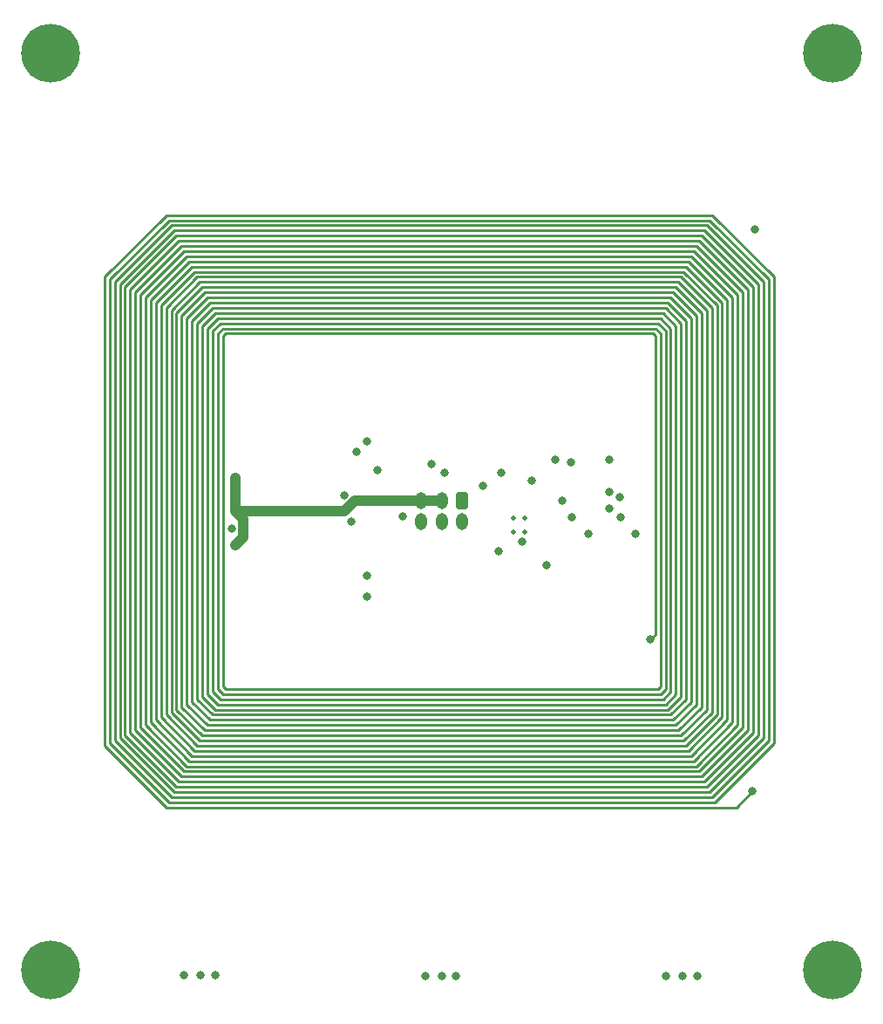
<source format=gbr>
%TF.GenerationSoftware,KiCad,Pcbnew,9.0.3*%
%TF.CreationDate,2025-07-30T14:55:58-07:00*%
%TF.ProjectId,xy_faces_v2a,78795f66-6163-4657-935f-7632612e6b69,3.0*%
%TF.SameCoordinates,Original*%
%TF.FileFunction,Copper,L2,Inr*%
%TF.FilePolarity,Positive*%
%FSLAX46Y46*%
G04 Gerber Fmt 4.6, Leading zero omitted, Abs format (unit mm)*
G04 Created by KiCad (PCBNEW 9.0.3) date 2025-07-30 14:55:58*
%MOMM*%
%LPD*%
G01*
G04 APERTURE LIST*
G04 Aperture macros list*
%AMRoundRect*
0 Rectangle with rounded corners*
0 $1 Rounding radius*
0 $2 $3 $4 $5 $6 $7 $8 $9 X,Y pos of 4 corners*
0 Add a 4 corners polygon primitive as box body*
4,1,4,$2,$3,$4,$5,$6,$7,$8,$9,$2,$3,0*
0 Add four circle primitives for the rounded corners*
1,1,$1+$1,$2,$3*
1,1,$1+$1,$4,$5*
1,1,$1+$1,$6,$7*
1,1,$1+$1,$8,$9*
0 Add four rect primitives between the rounded corners*
20,1,$1+$1,$2,$3,$4,$5,0*
20,1,$1+$1,$4,$5,$6,$7,0*
20,1,$1+$1,$6,$7,$8,$9,0*
20,1,$1+$1,$8,$9,$2,$3,0*%
G04 Aperture macros list end*
%TA.AperFunction,ComponentPad*%
%ADD10C,5.700000*%
%TD*%
%TA.AperFunction,HeatsinkPad*%
%ADD11C,0.500000*%
%TD*%
%TA.AperFunction,ComponentPad*%
%ADD12RoundRect,0.250000X0.350000X0.575000X-0.350000X0.575000X-0.350000X-0.575000X0.350000X-0.575000X0*%
%TD*%
%TA.AperFunction,ComponentPad*%
%ADD13O,1.200000X1.650000*%
%TD*%
%TA.AperFunction,ViaPad*%
%ADD14C,0.800000*%
%TD*%
%TA.AperFunction,Conductor*%
%ADD15C,1.000000*%
%TD*%
%TA.AperFunction,Conductor*%
%ADD16C,0.250000*%
%TD*%
G04 APERTURE END LIST*
D10*
%TO.N,unconnected-(J2-Pin_1-Pad1)*%
%TO.C,J2*%
X106500000Y-70300000D03*
%TD*%
%TO.N,unconnected-(J3-Pin_1-Pad1)*%
%TO.C,J3*%
X106500000Y-159300000D03*
%TD*%
%TO.N,unconnected-(J4-Pin_1-Pad1)*%
%TO.C,J4*%
X182500000Y-70300000D03*
%TD*%
%TO.N,unconnected-(J5-Pin_1-Pad1)*%
%TO.C,J5*%
X182500000Y-159300000D03*
%TD*%
D11*
%TO.N,GND*%
%TO.C,U2*%
X152600000Y-116750000D03*
X152600000Y-115450000D03*
X151500000Y-116750000D03*
X151500000Y-115450000D03*
%TD*%
D12*
%TO.N,GND*%
%TO.C,CN1*%
X146500001Y-113750001D03*
D13*
%TO.N,Net-(CN1-Pin_2)*%
X146500001Y-115750002D03*
%TO.N,VSOLAR*%
X144500000Y-113750001D03*
%TO.N,+3V3*%
X144500001Y-115750001D03*
%TO.N,VSOLAR*%
X142500001Y-113750001D03*
%TO.N,Net-(CN1-Pin_6)*%
X142500000Y-115750001D03*
%TD*%
D14*
%TO.N,GND*%
X153250000Y-111750000D03*
X169300000Y-159860000D03*
X160825000Y-112900000D03*
X157100000Y-110000000D03*
X152300000Y-117700000D03*
X144520000Y-159900000D03*
X119500000Y-159800000D03*
X167920000Y-159860000D03*
X144750000Y-111000000D03*
X142900000Y-159900000D03*
X154700000Y-120000000D03*
X166300000Y-159860000D03*
X145900000Y-159900000D03*
X135015253Y-113208948D03*
X121120000Y-159800000D03*
X124150000Y-116450000D03*
X122500000Y-159800000D03*
X160750000Y-114500000D03*
%TO.N,+3V3*%
X150250000Y-111000000D03*
X150050000Y-118605000D03*
X163300000Y-116900000D03*
X138227388Y-110744462D03*
X135750000Y-115750000D03*
X140750000Y-115250000D03*
X160750000Y-109750000D03*
X158775000Y-116900000D03*
X155500000Y-109750000D03*
%TO.N,VSOLAR*%
X124500000Y-114750000D03*
X124500000Y-111500000D03*
X124500000Y-118000000D03*
%TO.N,SDA*%
X157165885Y-115284647D03*
X156250000Y-113750000D03*
%TO.N,SCL*%
X148508348Y-112272245D03*
X143496487Y-110201487D03*
%TO.N,Net-(SC3--)*%
X137250000Y-123000000D03*
X136250000Y-109000000D03*
X137250000Y-108000000D03*
X137250000Y-121000000D03*
%TO.N,Net-(U3-OUT+)*%
X161890000Y-115330000D03*
X174680000Y-141950000D03*
X161820000Y-113350000D03*
X164800000Y-127190000D03*
X174900000Y-87350000D03*
%TD*%
D15*
%TO.N,VSOLAR*%
X144500000Y-113750001D02*
X142500001Y-113750001D01*
X124500000Y-114750000D02*
X125251000Y-115501000D01*
X125251000Y-115501000D02*
X125251000Y-117249000D01*
X136031250Y-113750001D02*
X135031251Y-114750000D01*
X142500001Y-113750001D02*
X136031250Y-113750001D01*
X135031251Y-114750000D02*
X124500000Y-114750000D01*
X124500000Y-114750000D02*
X124500000Y-111500000D01*
X125251000Y-117249000D02*
X124500000Y-118000000D01*
D16*
%TO.N,Net-(U3-OUT+)*%
X167750000Y-132750000D02*
X167750000Y-96500000D01*
X170750000Y-142500000D02*
X176250000Y-137000000D01*
X168250000Y-133000000D02*
X168250000Y-96250000D01*
X172250000Y-135000000D02*
X172250000Y-94250000D01*
X112750000Y-92500000D02*
X112750000Y-137000000D01*
X168500000Y-138000000D02*
X171750000Y-134750000D01*
X173750000Y-135750000D02*
X173750000Y-93500000D01*
X173250000Y-93750000D02*
X169000000Y-89500000D01*
X113750000Y-136500000D02*
X118750000Y-141500000D01*
X121250000Y-132750000D02*
X122500000Y-134000000D01*
X120000000Y-90500000D02*
X116250000Y-94250000D01*
X122750000Y-97500000D02*
X122750000Y-132000000D01*
X114250000Y-136250000D02*
X119000000Y-141000000D01*
X166000000Y-133000000D02*
X166750000Y-132250000D01*
X168750000Y-138500000D02*
X172250000Y-135000000D01*
X121500000Y-136000000D02*
X167500000Y-136000000D01*
X123500000Y-132000000D02*
X165500000Y-132000000D01*
X174750000Y-136250000D02*
X174750000Y-93000000D01*
X117750000Y-143500000D02*
X173130000Y-143500000D01*
X167250000Y-132500000D02*
X167250000Y-96750000D01*
X121000000Y-137000000D02*
X168000000Y-137000000D01*
X167750000Y-92000000D02*
X120750000Y-92000000D01*
X170750000Y-95000000D02*
X167750000Y-92000000D01*
X171250000Y-134500000D02*
X171250000Y-94750000D01*
X169250000Y-89000000D02*
X119250000Y-89000000D01*
X121500000Y-93500000D02*
X119250000Y-95750000D01*
X122000000Y-135000000D02*
X167000000Y-135000000D01*
X167000000Y-135000000D02*
X168750000Y-133250000D01*
X118750000Y-88000000D02*
X113750000Y-93000000D01*
X121750000Y-135500000D02*
X167250000Y-135500000D01*
X116750000Y-94500000D02*
X116750000Y-135000000D01*
X123500000Y-97500000D02*
X123250000Y-97750000D01*
X170250000Y-95250000D02*
X167500000Y-92500000D01*
X174250000Y-93250000D02*
X169500000Y-88500000D01*
X116250000Y-135250000D02*
X120000000Y-139000000D01*
X167750000Y-96500000D02*
X166250000Y-95000000D01*
X117750000Y-86000000D02*
X111750000Y-92000000D01*
X119750000Y-139500000D02*
X169250000Y-139500000D01*
X114250000Y-93250000D02*
X114250000Y-136250000D01*
X165250000Y-126740000D02*
X165250000Y-97750000D01*
X169500000Y-140000000D02*
X173750000Y-135750000D01*
X165000000Y-97500000D02*
X123500000Y-97500000D01*
X120250000Y-138500000D02*
X168750000Y-138500000D01*
X175250000Y-136500000D02*
X175250000Y-92750000D01*
X168000000Y-137000000D02*
X170750000Y-134250000D01*
X175750000Y-136750000D02*
X175750000Y-92500000D01*
X165250000Y-97000000D02*
X123250000Y-97000000D01*
X174250000Y-136000000D02*
X174250000Y-93250000D01*
X169000000Y-89500000D02*
X119500000Y-89500000D01*
X171750000Y-134750000D02*
X171750000Y-94500000D01*
X118250000Y-95250000D02*
X118250000Y-134250000D01*
X166250000Y-132000000D02*
X166250000Y-97250000D01*
X170250000Y-134000000D02*
X170250000Y-95250000D01*
X119000000Y-141000000D02*
X170000000Y-141000000D01*
X169750000Y-133750000D02*
X169750000Y-95500000D01*
X118500000Y-142000000D02*
X170500000Y-142000000D01*
X168750000Y-133250000D02*
X168750000Y-96000000D01*
X111750000Y-137500000D02*
X117750000Y-143500000D01*
X118750000Y-141500000D02*
X170250000Y-141500000D01*
X176250000Y-92250000D02*
X170500000Y-86500000D01*
X166250000Y-97250000D02*
X165500000Y-96500000D01*
X165750000Y-131750000D02*
X165750000Y-97500000D01*
X119000000Y-88500000D02*
X114250000Y-93250000D01*
X166000000Y-95500000D02*
X122500000Y-95500000D01*
X113750000Y-93000000D02*
X113750000Y-136500000D01*
X119250000Y-89000000D02*
X114750000Y-93500000D01*
X118000000Y-86500000D02*
X112250000Y-92250000D01*
X165750000Y-132500000D02*
X166250000Y-132000000D01*
X120000000Y-139000000D02*
X169000000Y-139000000D01*
X119500000Y-89500000D02*
X115250000Y-93750000D01*
X112750000Y-137000000D02*
X118250000Y-142500000D01*
X117250000Y-134750000D02*
X120500000Y-138000000D01*
X167250000Y-93000000D02*
X121250000Y-93000000D01*
X169000000Y-139000000D02*
X172750000Y-135250000D01*
X166750000Y-134500000D02*
X168250000Y-133000000D01*
X117750000Y-134500000D02*
X120750000Y-137500000D01*
X123250000Y-131750000D02*
X123500000Y-132000000D01*
X169250000Y-95750000D02*
X167000000Y-93500000D01*
X120500000Y-138000000D02*
X168500000Y-138000000D01*
X176750000Y-92000000D02*
X170750000Y-86000000D01*
X120250000Y-91000000D02*
X116750000Y-94500000D01*
X168750000Y-90000000D02*
X119750000Y-90000000D01*
X122000000Y-94500000D02*
X120250000Y-96250000D01*
X122250000Y-132250000D02*
X123000000Y-133000000D01*
X120750000Y-92000000D02*
X117750000Y-95000000D01*
X165500000Y-96500000D02*
X123000000Y-96500000D01*
X170500000Y-86500000D02*
X118000000Y-86500000D01*
X167250000Y-96750000D02*
X166000000Y-95500000D01*
X165750000Y-96000000D02*
X122750000Y-96000000D01*
X170000000Y-87500000D02*
X118500000Y-87500000D01*
X122750000Y-96000000D02*
X121750000Y-97000000D01*
X173750000Y-93500000D02*
X169250000Y-89000000D01*
X166750000Y-132250000D02*
X166750000Y-97000000D01*
X168250000Y-137500000D02*
X171250000Y-134500000D01*
X168250000Y-91000000D02*
X120250000Y-91000000D01*
X168500000Y-90500000D02*
X120000000Y-90500000D01*
X115250000Y-135750000D02*
X119500000Y-140000000D01*
X166500000Y-94500000D02*
X122000000Y-94500000D01*
X168000000Y-91500000D02*
X120500000Y-91500000D01*
X116750000Y-135000000D02*
X120250000Y-138500000D01*
X115250000Y-93750000D02*
X115250000Y-135750000D01*
X120750000Y-133000000D02*
X122250000Y-134500000D01*
X115750000Y-94000000D02*
X115750000Y-135500000D01*
X176750000Y-137250000D02*
X176750000Y-92000000D01*
X113250000Y-136750000D02*
X118500000Y-142000000D01*
X122750000Y-132000000D02*
X123250000Y-132500000D01*
X120500000Y-91500000D02*
X117250000Y-94750000D01*
X117750000Y-95000000D02*
X117750000Y-134500000D01*
X119250000Y-133750000D02*
X121500000Y-136000000D01*
X120250000Y-96250000D02*
X120250000Y-133250000D01*
X118750000Y-95500000D02*
X118750000Y-134000000D01*
X171000000Y-143000000D02*
X176750000Y-137250000D01*
X170250000Y-141500000D02*
X175250000Y-136500000D01*
X123000000Y-133000000D02*
X166000000Y-133000000D01*
X119750000Y-133500000D02*
X121750000Y-135500000D01*
X169500000Y-88500000D02*
X119000000Y-88500000D01*
X118750000Y-134000000D02*
X121250000Y-136500000D01*
X112250000Y-92250000D02*
X112250000Y-137250000D01*
X166250000Y-95000000D02*
X122250000Y-95000000D01*
X170500000Y-142000000D02*
X175750000Y-136750000D01*
X115750000Y-135500000D02*
X119750000Y-139500000D01*
X119500000Y-140000000D02*
X169500000Y-140000000D01*
X172750000Y-94000000D02*
X168750000Y-90000000D01*
X120250000Y-133250000D02*
X122000000Y-135000000D01*
X121750000Y-97000000D02*
X121750000Y-132500000D01*
X123250000Y-97000000D02*
X122750000Y-97500000D01*
X170000000Y-141000000D02*
X174750000Y-136250000D01*
X122250000Y-97250000D02*
X122250000Y-132250000D01*
X167500000Y-92500000D02*
X121000000Y-92500000D01*
X166750000Y-94000000D02*
X121750000Y-94000000D01*
X170750000Y-86000000D02*
X117750000Y-86000000D01*
X121000000Y-92500000D02*
X118250000Y-95250000D01*
X176250000Y-137000000D02*
X176250000Y-92250000D01*
X121750000Y-132500000D02*
X122750000Y-133500000D01*
X119250000Y-95750000D02*
X119250000Y-133750000D01*
X169250000Y-133500000D02*
X169250000Y-95750000D01*
X167250000Y-135500000D02*
X169250000Y-133500000D01*
X172250000Y-94250000D02*
X168500000Y-90500000D01*
X118250000Y-134250000D02*
X121000000Y-137000000D01*
X121250000Y-96750000D02*
X121250000Y-132750000D01*
X165500000Y-132000000D02*
X165750000Y-131750000D01*
X175250000Y-92750000D02*
X170000000Y-87500000D01*
X121250000Y-93000000D02*
X118750000Y-95500000D01*
X168750000Y-96000000D02*
X166750000Y-94000000D01*
X116250000Y-94250000D02*
X116250000Y-135250000D01*
X123000000Y-96500000D02*
X122250000Y-97250000D01*
X111750000Y-92000000D02*
X111750000Y-137500000D01*
X169750000Y-88000000D02*
X118750000Y-88000000D01*
X122250000Y-95000000D02*
X120750000Y-96500000D01*
X170250000Y-87000000D02*
X118250000Y-87000000D01*
X121750000Y-94000000D02*
X119750000Y-96000000D01*
X166250000Y-133500000D02*
X167250000Y-132500000D01*
X173250000Y-135500000D02*
X173250000Y-93750000D01*
X119750000Y-90000000D02*
X115750000Y-94000000D01*
X172750000Y-135250000D02*
X172750000Y-94000000D01*
X118500000Y-87500000D02*
X113250000Y-92750000D01*
X114750000Y-93500000D02*
X114750000Y-136000000D01*
X122500000Y-95500000D02*
X121250000Y-96750000D01*
X118250000Y-87000000D02*
X112750000Y-92500000D01*
X122250000Y-134500000D02*
X166750000Y-134500000D01*
X173130000Y-143500000D02*
X174680000Y-141950000D01*
X122500000Y-134000000D02*
X166500000Y-134000000D01*
X113250000Y-92750000D02*
X113250000Y-136750000D01*
X114750000Y-136000000D02*
X119250000Y-140500000D01*
X121250000Y-136500000D02*
X167750000Y-136500000D01*
X169750000Y-140500000D02*
X174250000Y-136000000D01*
X169250000Y-139500000D02*
X173250000Y-135500000D01*
X122750000Y-133500000D02*
X166250000Y-133500000D01*
X123250000Y-132500000D02*
X165750000Y-132500000D01*
X166500000Y-134000000D02*
X167750000Y-132750000D01*
X167000000Y-93500000D02*
X121500000Y-93500000D01*
X165250000Y-97750000D02*
X165000000Y-97500000D01*
X174750000Y-93000000D02*
X169750000Y-88000000D01*
X123250000Y-97750000D02*
X123250000Y-131750000D01*
X167500000Y-136000000D02*
X169750000Y-133750000D01*
X118250000Y-142500000D02*
X170750000Y-142500000D01*
X170750000Y-134250000D02*
X170750000Y-95000000D01*
X120750000Y-137500000D02*
X168250000Y-137500000D01*
X168250000Y-96250000D02*
X166500000Y-94500000D01*
X167750000Y-136500000D02*
X170250000Y-134000000D01*
X166750000Y-97000000D02*
X165750000Y-96000000D01*
X119750000Y-96000000D02*
X119750000Y-133500000D01*
X165750000Y-97500000D02*
X165250000Y-97000000D01*
X171250000Y-94750000D02*
X168000000Y-91500000D01*
X118000000Y-143000000D02*
X171000000Y-143000000D01*
X117250000Y-94750000D02*
X117250000Y-134750000D01*
X175750000Y-92500000D02*
X170250000Y-87000000D01*
X112250000Y-137250000D02*
X118000000Y-143000000D01*
X171750000Y-94500000D02*
X168250000Y-91000000D01*
X119250000Y-140500000D02*
X169750000Y-140500000D01*
X120750000Y-96500000D02*
X120750000Y-133000000D01*
X164800000Y-127190000D02*
X165250000Y-126740000D01*
X169750000Y-95500000D02*
X167250000Y-93000000D01*
%TD*%
M02*

</source>
